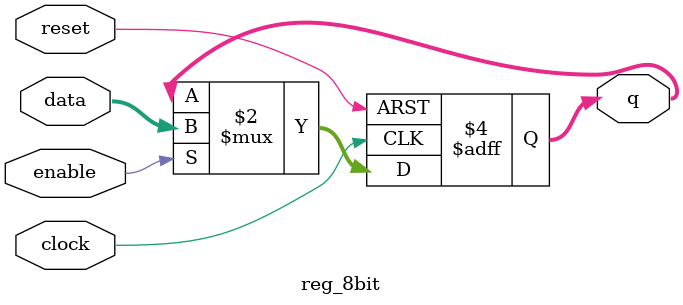
<source format=v>
module reg_8bit(
    input      [7:0] data,
    input            enable,
    input            reset,
    input            clock,

    output reg [7:0] q
);

always @(posedge clock or posedge reset) begin
    if (reset) q <= 0;
    else if (enable) q <= data;
end

endmodule


</source>
